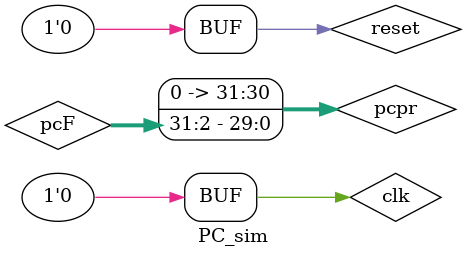
<source format=sv>
`timescale 1ns / 1ps


module PC_sim(

    );
    logic clk, reset;
    logic [31:0] readData;
    logic MemWrite;
    logic [31:0] pcF, instrF, aluResult, WriteData;
    
    logic [31:0]mem[31:0];
    
    logic [31:0] pcpr;
    assign pcpr = pcF >> 2;
    
    assign instrF = mem[pcpr];
    
    riscv rmrv(clk, reset, pcF, instrF, MemWrite, aluResult, WriteData, readData);
    
    initial begin
        mem[0] = 32'b0;
        mem[1] = 32'b10;
        reset = 1;
        #9;
        reset = 0;
    end
    
    always begin
        clk <= 1; #5; clk <= 0; #5;
    end
    
endmodule

</source>
